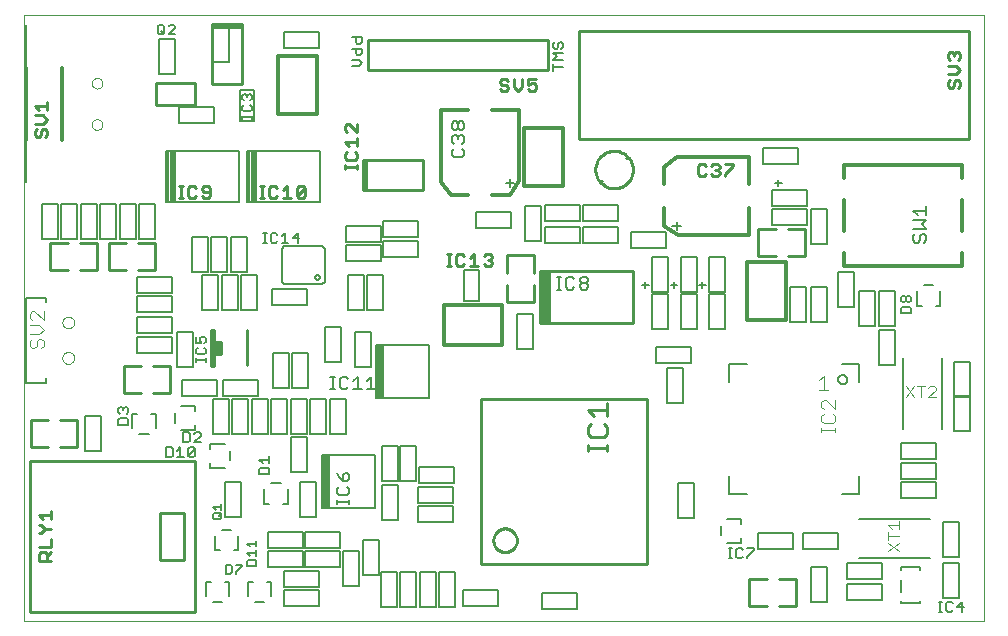
<source format=gbr>
G75*
G70*
%OFA0B0*%
%FSLAX24Y24*%
%IPPOS*%
%LPD*%
%AMOC8*
5,1,8,0,0,1.08239X$1,22.5*
%
%ADD10C,0.0010*%
%ADD11C,0.0080*%
%ADD12C,0.0050*%
%ADD13C,0.0118*%
%ADD14C,0.0000*%
%ADD15C,0.0090*%
%ADD16C,0.0100*%
%ADD17C,0.0110*%
%ADD18C,0.0030*%
%ADD19C,0.0070*%
%ADD20C,0.0079*%
%ADD21C,0.0040*%
%ADD22C,0.0120*%
%ADD23C,0.0060*%
D10*
X032857Y000867D02*
X000857Y000867D01*
X000857Y021067D01*
X032857Y021067D01*
X032857Y000867D01*
D11*
X032027Y001637D02*
X031487Y001637D01*
X031487Y002797D01*
X032027Y002797D01*
X032027Y001637D01*
X032027Y002987D02*
X031487Y002987D01*
X031487Y004147D01*
X032027Y004147D01*
X032027Y002987D01*
X029437Y002787D02*
X029437Y002247D01*
X028277Y002247D01*
X028277Y002787D01*
X029437Y002787D01*
X029437Y002087D02*
X029437Y001547D01*
X028277Y001547D01*
X028277Y002087D01*
X029437Y002087D01*
X027987Y003247D02*
X026827Y003247D01*
X026827Y003787D01*
X027987Y003787D01*
X027987Y003247D01*
X027627Y002647D02*
X027087Y002647D01*
X027087Y001487D01*
X027627Y001487D01*
X027627Y002647D01*
X026487Y003247D02*
X025327Y003247D01*
X025327Y003787D01*
X026487Y003787D01*
X026487Y003247D01*
X023177Y004287D02*
X023177Y005447D01*
X022637Y005447D01*
X022637Y004287D01*
X023177Y004287D01*
X019287Y001787D02*
X019287Y001247D01*
X018127Y001247D01*
X018127Y001787D01*
X019287Y001787D01*
X016637Y001887D02*
X016637Y001347D01*
X015477Y001347D01*
X015477Y001887D01*
X016637Y001887D01*
X015227Y001337D02*
X014687Y001337D01*
X014687Y002497D01*
X015227Y002497D01*
X015227Y001337D01*
X014577Y001337D02*
X014037Y001337D01*
X014037Y002497D01*
X014577Y002497D01*
X014577Y001337D01*
X013927Y001337D02*
X013387Y001337D01*
X013387Y002497D01*
X013927Y002497D01*
X013927Y001337D01*
X013277Y001337D02*
X012737Y001337D01*
X012737Y002497D01*
X013277Y002497D01*
X013277Y001337D01*
X012677Y002387D02*
X012137Y002387D01*
X012137Y003547D01*
X012677Y003547D01*
X012677Y002387D01*
X012027Y002037D02*
X011487Y002037D01*
X011487Y003197D01*
X012027Y003197D01*
X012027Y002037D01*
X011387Y002647D02*
X010227Y002647D01*
X010227Y003187D01*
X011387Y003187D01*
X011387Y002647D01*
X010687Y002537D02*
X010687Y001997D01*
X009527Y001997D01*
X009527Y002537D01*
X010687Y002537D01*
X010137Y002647D02*
X008977Y002647D01*
X008977Y003187D01*
X010137Y003187D01*
X010137Y002647D01*
X010137Y003297D02*
X010137Y003837D01*
X008977Y003837D01*
X008977Y003297D01*
X010137Y003297D01*
X010227Y003297D02*
X010227Y003837D01*
X011387Y003837D01*
X011387Y003297D01*
X010227Y003297D01*
X010037Y004337D02*
X010577Y004337D01*
X010577Y005497D01*
X010037Y005497D01*
X010037Y004337D01*
X011273Y004750D02*
X011273Y004891D01*
X011273Y004821D02*
X011693Y004821D01*
X011693Y004891D02*
X011693Y004750D01*
X011623Y005057D02*
X011343Y005057D01*
X011273Y005127D01*
X011273Y005268D01*
X011343Y005338D01*
X011483Y005518D02*
X011483Y005728D01*
X011553Y005798D01*
X011623Y005798D01*
X011693Y005728D01*
X011693Y005588D01*
X011623Y005518D01*
X011483Y005518D01*
X011343Y005658D01*
X011273Y005798D01*
X011623Y005338D02*
X011693Y005268D01*
X011693Y005127D01*
X011623Y005057D01*
X012787Y005397D02*
X012787Y004237D01*
X013327Y004237D01*
X013327Y005397D01*
X012787Y005397D01*
X012787Y005537D02*
X013327Y005537D01*
X013327Y006697D01*
X012787Y006697D01*
X012787Y005537D01*
X013387Y005537D02*
X013927Y005537D01*
X013927Y006697D01*
X013387Y006697D01*
X013387Y005537D01*
X013977Y005337D02*
X013977Y004797D01*
X015137Y004797D01*
X015137Y005337D01*
X013977Y005337D01*
X014027Y005447D02*
X014027Y005987D01*
X015187Y005987D01*
X015187Y005447D01*
X014027Y005447D01*
X013977Y004687D02*
X015137Y004687D01*
X015137Y004147D01*
X013977Y004147D01*
X013977Y004687D01*
X011577Y007087D02*
X011037Y007087D01*
X011037Y008247D01*
X011577Y008247D01*
X011577Y007087D01*
X010927Y007087D02*
X010387Y007087D01*
X010387Y008247D01*
X010927Y008247D01*
X010927Y007087D01*
X010277Y007087D02*
X009737Y007087D01*
X009737Y008247D01*
X010277Y008247D01*
X010277Y007087D01*
X010277Y006997D02*
X010277Y005837D01*
X009737Y005837D01*
X009737Y006997D01*
X010277Y006997D01*
X009627Y007087D02*
X009087Y007087D01*
X009087Y008247D01*
X009627Y008247D01*
X009627Y007087D01*
X008977Y007087D02*
X008437Y007087D01*
X008437Y008247D01*
X008977Y008247D01*
X008977Y007087D01*
X008327Y007087D02*
X007787Y007087D01*
X007787Y008247D01*
X008327Y008247D01*
X008327Y007087D01*
X007677Y007087D02*
X007137Y007087D01*
X007137Y008247D01*
X007677Y008247D01*
X007677Y007087D01*
X007477Y008347D02*
X007477Y008887D01*
X008637Y008887D01*
X008637Y008347D01*
X007477Y008347D01*
X007287Y008347D02*
X006127Y008347D01*
X006127Y008887D01*
X007287Y008887D01*
X007287Y008347D01*
X006477Y009337D02*
X005937Y009337D01*
X005937Y010497D01*
X006477Y010497D01*
X006477Y009337D01*
X005787Y009797D02*
X004627Y009797D01*
X004627Y010337D01*
X005787Y010337D01*
X005787Y009797D01*
X005787Y010447D02*
X004627Y010447D01*
X004627Y010987D01*
X005787Y010987D01*
X005787Y010447D01*
X005787Y011147D02*
X004627Y011147D01*
X004627Y011687D01*
X005787Y011687D01*
X005787Y011147D01*
X005787Y011797D02*
X004627Y011797D01*
X004627Y012337D01*
X005787Y012337D01*
X005787Y011797D01*
X006787Y011237D02*
X006787Y012397D01*
X007327Y012397D01*
X007327Y011237D01*
X006787Y011237D01*
X007437Y011237D02*
X007437Y012397D01*
X007977Y012397D01*
X007977Y011237D01*
X007437Y011237D01*
X008087Y011237D02*
X008087Y012397D01*
X008627Y012397D01*
X008627Y011237D01*
X008087Y011237D01*
X009127Y011397D02*
X009127Y011937D01*
X010287Y011937D01*
X010287Y011397D01*
X009127Y011397D01*
X008277Y012487D02*
X007737Y012487D01*
X007737Y013647D01*
X008277Y013647D01*
X008277Y012487D01*
X007627Y012487D02*
X007087Y012487D01*
X007087Y013647D01*
X007627Y013647D01*
X007627Y012487D01*
X006977Y012487D02*
X006437Y012487D01*
X006437Y013647D01*
X006977Y013647D01*
X006977Y012487D01*
X005227Y013587D02*
X004687Y013587D01*
X004687Y014747D01*
X005227Y014747D01*
X005227Y013587D01*
X004577Y013587D02*
X004037Y013587D01*
X004037Y014747D01*
X004577Y014747D01*
X004577Y013587D01*
X003927Y013587D02*
X003387Y013587D01*
X003387Y014747D01*
X003927Y014747D01*
X003927Y013587D01*
X003277Y013587D02*
X002737Y013587D01*
X002737Y014747D01*
X003277Y014747D01*
X003277Y013587D01*
X002627Y013587D02*
X002087Y013587D01*
X002087Y014747D01*
X002627Y014747D01*
X002627Y013587D01*
X001977Y013587D02*
X001437Y013587D01*
X001437Y014747D01*
X001977Y014747D01*
X001977Y013587D01*
X006027Y017447D02*
X006027Y017987D01*
X007187Y017987D01*
X007187Y017447D01*
X006027Y017447D01*
X005877Y019087D02*
X005337Y019087D01*
X005337Y020247D01*
X005877Y020247D01*
X005877Y019087D01*
X007137Y019487D02*
X007137Y020647D01*
X007677Y020647D01*
X007677Y019487D01*
X007137Y019487D01*
X005884Y020407D02*
X005670Y020407D01*
X005884Y020620D01*
X005884Y020674D01*
X005830Y020727D01*
X005724Y020727D01*
X005670Y020674D01*
X005516Y020674D02*
X005516Y020460D01*
X005462Y020407D01*
X005355Y020407D01*
X005302Y020460D01*
X005302Y020674D01*
X005355Y020727D01*
X005462Y020727D01*
X005516Y020674D01*
X005409Y020514D02*
X005516Y020407D01*
X008122Y018373D02*
X008175Y018427D01*
X008228Y018427D01*
X008282Y018373D01*
X008335Y018427D01*
X008388Y018427D01*
X008442Y018373D01*
X008442Y018267D01*
X008388Y018213D01*
X008282Y018320D02*
X008282Y018373D01*
X008122Y018373D02*
X008122Y018267D01*
X008175Y018213D01*
X008175Y018058D02*
X008122Y018005D01*
X008122Y017898D01*
X008175Y017845D01*
X008388Y017845D01*
X008442Y017898D01*
X008442Y018005D01*
X008388Y018058D01*
X008442Y017706D02*
X008442Y017599D01*
X008442Y017653D02*
X008122Y017653D01*
X008122Y017706D02*
X008122Y017599D01*
X011796Y019357D02*
X012010Y019357D01*
X012117Y019464D01*
X012010Y019570D01*
X011796Y019570D01*
X011957Y019725D02*
X011903Y019778D01*
X011903Y019939D01*
X011796Y019939D02*
X012117Y019939D01*
X012117Y019778D01*
X012063Y019725D01*
X011957Y019725D01*
X011957Y020093D02*
X011903Y020147D01*
X011903Y020307D01*
X011796Y020307D02*
X012117Y020307D01*
X012117Y020147D01*
X012063Y020093D01*
X011957Y020093D01*
X010687Y019947D02*
X009527Y019947D01*
X009527Y020487D01*
X010687Y020487D01*
X010687Y019947D01*
X015112Y017438D02*
X015112Y017297D01*
X015182Y017227D01*
X015252Y017227D01*
X015322Y017297D01*
X015322Y017438D01*
X015392Y017508D01*
X015462Y017508D01*
X015532Y017438D01*
X015532Y017297D01*
X015462Y017227D01*
X015392Y017227D01*
X015322Y017297D01*
X015322Y017438D02*
X015252Y017508D01*
X015182Y017508D01*
X015112Y017438D01*
X015182Y017047D02*
X015112Y016977D01*
X015112Y016837D01*
X015182Y016767D01*
X015182Y016587D02*
X015112Y016517D01*
X015112Y016377D01*
X015182Y016307D01*
X015462Y016307D01*
X015532Y016377D01*
X015532Y016517D01*
X015462Y016587D01*
X015462Y016767D02*
X015532Y016837D01*
X015532Y016977D01*
X015462Y017047D01*
X015392Y017047D01*
X015322Y016977D01*
X015322Y016907D01*
X015322Y016977D02*
X015252Y017047D01*
X015182Y017047D01*
X017057Y015602D02*
X017057Y015322D01*
X017197Y015462D02*
X016916Y015462D01*
X017537Y014697D02*
X018077Y014697D01*
X018077Y013537D01*
X017537Y013537D01*
X017537Y014697D01*
X017087Y014487D02*
X017087Y013947D01*
X015927Y013947D01*
X015927Y014487D01*
X017087Y014487D01*
X018227Y014737D02*
X018227Y014197D01*
X019387Y014197D01*
X019387Y014737D01*
X018227Y014737D01*
X019477Y014737D02*
X019477Y014197D01*
X020637Y014197D01*
X020637Y014737D01*
X019477Y014737D01*
X019477Y013987D02*
X020637Y013987D01*
X020637Y013447D01*
X019477Y013447D01*
X019477Y013987D01*
X019387Y013987D02*
X019387Y013447D01*
X018227Y013447D01*
X018227Y013987D01*
X019387Y013987D01*
X021077Y013837D02*
X021077Y013297D01*
X022237Y013297D01*
X022237Y013837D01*
X021077Y013837D01*
X021787Y012997D02*
X022327Y012997D01*
X022327Y011837D01*
X021787Y011837D01*
X021787Y012997D01*
X022737Y012997D02*
X023277Y012997D01*
X023277Y011837D01*
X022737Y011837D01*
X022737Y012997D01*
X023687Y012997D02*
X024227Y012997D01*
X024227Y011837D01*
X023687Y011837D01*
X023687Y012997D01*
X022742Y014017D02*
X022462Y014017D01*
X022602Y014157D02*
X022602Y013877D01*
X025777Y014047D02*
X025777Y014587D01*
X026937Y014587D01*
X026937Y014047D01*
X025777Y014047D01*
X025777Y014697D02*
X025777Y015237D01*
X026937Y015237D01*
X026937Y014697D01*
X025777Y014697D01*
X027087Y014597D02*
X027627Y014597D01*
X027627Y013437D01*
X027087Y013437D01*
X027087Y014597D01*
X026637Y016097D02*
X025477Y016097D01*
X025477Y016637D01*
X026637Y016637D01*
X026637Y016097D01*
X027987Y012497D02*
X028527Y012497D01*
X028527Y011337D01*
X027987Y011337D01*
X027987Y012497D01*
X027627Y011997D02*
X027087Y011997D01*
X027087Y010837D01*
X027627Y010837D01*
X027627Y011997D01*
X026927Y011997D02*
X026927Y010837D01*
X026387Y010837D01*
X026387Y011997D01*
X026927Y011997D01*
X028687Y011847D02*
X028687Y010687D01*
X029227Y010687D01*
X029227Y011847D01*
X028687Y011847D01*
X029337Y011847D02*
X029877Y011847D01*
X029877Y010687D01*
X029337Y010687D01*
X029337Y011847D01*
X029337Y010547D02*
X029877Y010547D01*
X029877Y009387D01*
X029337Y009387D01*
X029337Y010547D01*
X031837Y009497D02*
X032377Y009497D01*
X032377Y008337D01*
X031837Y008337D01*
X031837Y009497D01*
X031837Y008347D02*
X032377Y008347D01*
X032377Y007187D01*
X031837Y007187D01*
X031837Y008347D01*
X031237Y006787D02*
X030077Y006787D01*
X030077Y006247D01*
X031237Y006247D01*
X031237Y006787D01*
X031237Y006137D02*
X030077Y006137D01*
X030077Y005597D01*
X031237Y005597D01*
X031237Y006137D01*
X031237Y005487D02*
X030077Y005487D01*
X030077Y004947D01*
X031237Y004947D01*
X031237Y005487D01*
X024227Y010587D02*
X023687Y010587D01*
X023687Y011747D01*
X024227Y011747D01*
X024227Y010587D01*
X023277Y010587D02*
X022737Y010587D01*
X022737Y011747D01*
X023277Y011747D01*
X023277Y010587D01*
X023087Y009987D02*
X023087Y009447D01*
X021927Y009447D01*
X021927Y009987D01*
X023087Y009987D01*
X022827Y009297D02*
X022287Y009297D01*
X022287Y008137D01*
X022827Y008137D01*
X022827Y009297D01*
X022327Y010587D02*
X021787Y010587D01*
X021787Y011747D01*
X022327Y011747D01*
X022327Y010587D01*
X019657Y011974D02*
X019587Y011904D01*
X019447Y011904D01*
X019377Y011974D01*
X019377Y012044D01*
X019447Y012114D01*
X019587Y012114D01*
X019657Y012044D01*
X019657Y011974D01*
X019587Y012114D02*
X019657Y012184D01*
X019657Y012254D01*
X019587Y012324D01*
X019447Y012324D01*
X019377Y012254D01*
X019377Y012184D01*
X019447Y012114D01*
X019196Y012254D02*
X019126Y012324D01*
X018986Y012324D01*
X018916Y012254D01*
X018916Y011974D01*
X018986Y011904D01*
X019126Y011904D01*
X019196Y011974D01*
X018749Y011904D02*
X018609Y011904D01*
X018679Y011904D02*
X018679Y012324D01*
X018609Y012324D02*
X018749Y012324D01*
X017827Y011097D02*
X017287Y011097D01*
X017287Y009937D01*
X017827Y009937D01*
X017827Y011097D01*
X013987Y012997D02*
X013987Y013537D01*
X012827Y013537D01*
X012827Y012997D01*
X013987Y012997D01*
X013987Y013647D02*
X012827Y013647D01*
X012827Y014187D01*
X013987Y014187D01*
X013987Y013647D01*
X012737Y013497D02*
X011577Y013497D01*
X011577Y014037D01*
X012737Y014037D01*
X012737Y013497D01*
X012737Y013387D02*
X012737Y012847D01*
X011577Y012847D01*
X011577Y013387D01*
X012737Y013387D01*
X012827Y012397D02*
X012287Y012397D01*
X012287Y011237D01*
X012827Y011237D01*
X012827Y012397D01*
X012177Y012397D02*
X011637Y012397D01*
X011637Y011237D01*
X012177Y011237D01*
X012177Y012397D01*
X011427Y010647D02*
X010887Y010647D01*
X010887Y009487D01*
X011427Y009487D01*
X011427Y010647D01*
X011887Y010497D02*
X012427Y010497D01*
X012427Y009337D01*
X011887Y009337D01*
X011887Y010497D01*
X010327Y009797D02*
X010327Y008637D01*
X009787Y008637D01*
X009787Y009797D01*
X010327Y009797D01*
X009677Y009797D02*
X009677Y008637D01*
X009137Y008637D01*
X009137Y009797D01*
X009677Y009797D01*
X011065Y009004D02*
X011205Y009004D01*
X011135Y009004D02*
X011135Y008584D01*
X011065Y008584D02*
X011205Y008584D01*
X011372Y008654D02*
X011442Y008584D01*
X011582Y008584D01*
X011652Y008654D01*
X011832Y008584D02*
X012112Y008584D01*
X011972Y008584D02*
X011972Y009004D01*
X011832Y008864D01*
X011652Y008934D02*
X011582Y009004D01*
X011442Y009004D01*
X011372Y008934D01*
X011372Y008654D01*
X012293Y008584D02*
X012573Y008584D01*
X012433Y008584D02*
X012433Y009004D01*
X012293Y008864D01*
X008077Y005497D02*
X007537Y005497D01*
X007537Y004337D01*
X008077Y004337D01*
X008077Y005497D01*
X003427Y006537D02*
X002887Y006537D01*
X002887Y007697D01*
X003427Y007697D01*
X003427Y006537D01*
X009527Y001887D02*
X010687Y001887D01*
X010687Y001347D01*
X009527Y001347D01*
X009527Y001887D01*
X018496Y019202D02*
X018496Y019415D01*
X018496Y019309D02*
X018817Y019309D01*
X018817Y019570D02*
X018496Y019570D01*
X018603Y019677D01*
X018496Y019784D01*
X018817Y019784D01*
X018763Y019938D02*
X018817Y019992D01*
X018817Y020099D01*
X018763Y020152D01*
X018710Y020152D01*
X018657Y020099D01*
X018657Y019992D01*
X018603Y019938D01*
X018550Y019938D01*
X018496Y019992D01*
X018496Y020099D01*
X018550Y020152D01*
D12*
X010719Y016514D02*
X010719Y014821D01*
X008593Y014821D01*
X008593Y016514D01*
X010719Y016514D01*
X008593Y016514D02*
X008514Y016514D01*
X008514Y014821D01*
X008435Y014821D01*
X008435Y016514D01*
X008514Y016514D01*
X008435Y016514D02*
X008357Y016514D01*
X008357Y014821D01*
X008278Y014821D01*
X008278Y016514D01*
X008357Y016514D01*
X008019Y016514D02*
X008019Y014821D01*
X005893Y014821D01*
X005893Y016514D01*
X008019Y016514D01*
X008062Y017521D02*
X008534Y017521D01*
X008534Y018544D01*
X008062Y018544D01*
X008062Y017521D01*
X005893Y016514D02*
X005814Y016514D01*
X005814Y014821D01*
X005735Y014821D01*
X005735Y016514D01*
X005814Y016514D01*
X005735Y016514D02*
X005657Y016514D01*
X005657Y014821D01*
X005578Y014821D01*
X005578Y016514D01*
X005657Y016514D01*
X005657Y014821D02*
X005735Y014821D01*
X005814Y014821D02*
X005893Y014821D01*
X008357Y014821D02*
X008435Y014821D01*
X008514Y014821D02*
X008593Y014821D01*
X009532Y013340D02*
X009453Y013262D01*
X009453Y012159D01*
X009532Y012081D01*
X010792Y012081D01*
X010870Y012159D01*
X010870Y013262D01*
X010792Y013340D01*
X009532Y013340D01*
X010555Y012317D02*
X010557Y012335D01*
X010563Y012352D01*
X010573Y012368D01*
X010587Y012380D01*
X010603Y012390D01*
X010620Y012395D01*
X010639Y012396D01*
X010657Y012393D01*
X010673Y012385D01*
X010688Y012374D01*
X010700Y012360D01*
X010708Y012344D01*
X010712Y012326D01*
X010712Y012308D01*
X010708Y012290D01*
X010700Y012274D01*
X010688Y012260D01*
X010674Y012249D01*
X010657Y012241D01*
X010639Y012238D01*
X010620Y012239D01*
X010603Y012244D01*
X010587Y012254D01*
X010573Y012266D01*
X010563Y012282D01*
X010557Y012299D01*
X010555Y012317D01*
X012589Y010053D02*
X012707Y010053D01*
X012707Y008282D01*
X012589Y008282D01*
X012589Y010053D01*
X012628Y010014D02*
X012628Y008321D01*
X012667Y008321D02*
X012667Y010014D01*
X012707Y010053D02*
X012825Y010053D01*
X012825Y008282D01*
X012707Y008282D01*
X012746Y008321D02*
X012746Y010014D01*
X012785Y010014D02*
X012785Y008321D01*
X012825Y008282D02*
X014360Y008282D01*
X014360Y010053D01*
X012825Y010053D01*
X015529Y011539D02*
X016002Y011539D01*
X016002Y012563D01*
X015529Y012563D01*
X015529Y011539D01*
X012560Y006403D02*
X011025Y006403D01*
X011025Y004632D01*
X010907Y004632D01*
X010907Y006403D01*
X011025Y006403D01*
X010985Y006364D02*
X010985Y004671D01*
X010946Y004671D02*
X010946Y006364D01*
X010907Y006403D02*
X010789Y006403D01*
X010789Y004632D01*
X010907Y004632D01*
X010867Y004671D02*
X010867Y006364D01*
X010828Y006364D02*
X010828Y004671D01*
X011025Y004632D02*
X012560Y004632D01*
X012560Y006403D01*
X009650Y005246D02*
X009650Y004773D01*
X009493Y004773D01*
X009020Y004773D02*
X008863Y004773D01*
X008863Y005246D01*
X009099Y005442D02*
X009414Y005442D01*
X007732Y006209D02*
X007732Y006524D01*
X007535Y006760D02*
X007063Y006760D01*
X007063Y006603D01*
X007063Y006131D02*
X007063Y005973D01*
X007535Y005973D01*
X006550Y007223D02*
X006078Y007223D01*
X005881Y007459D02*
X005881Y007774D01*
X006078Y008010D02*
X006550Y008010D01*
X006550Y007853D01*
X006550Y007381D02*
X006550Y007223D01*
X005250Y007288D02*
X005250Y007760D01*
X005093Y007760D01*
X004620Y007760D02*
X004463Y007760D01*
X004463Y007288D01*
X004699Y007091D02*
X005014Y007091D01*
X001576Y008799D02*
X001576Y008957D01*
X001576Y008799D02*
X000907Y008799D01*
X000907Y011634D01*
X001576Y011634D01*
X001576Y011477D01*
X000925Y015476D02*
X000925Y016894D01*
X000925Y020712D01*
X024278Y004260D02*
X024750Y004260D01*
X024750Y004103D01*
X024750Y003631D02*
X024750Y003473D01*
X024278Y003473D01*
X024081Y003709D02*
X024081Y004024D01*
X028690Y004266D02*
X031052Y004266D01*
X031052Y002967D02*
X028690Y002967D01*
X030098Y002651D02*
X030098Y002572D01*
X030098Y002651D02*
X030728Y002651D01*
X030728Y002572D01*
X030098Y002218D02*
X030098Y001903D01*
X030098Y001824D01*
X030098Y001509D02*
X030098Y001470D01*
X030728Y001470D01*
X030728Y001509D01*
X030157Y007250D02*
X030157Y009612D01*
X031456Y009612D02*
X031456Y007250D01*
X031400Y011373D02*
X031243Y011373D01*
X031400Y011373D02*
X031400Y011846D01*
X031164Y012042D02*
X030849Y012042D01*
X030613Y011846D02*
X030613Y011373D01*
X030770Y011373D01*
X009100Y002160D02*
X009100Y001688D01*
X008864Y001491D02*
X008549Y001491D01*
X008313Y001688D02*
X008313Y002160D01*
X008470Y002160D01*
X008943Y002160D02*
X009100Y002160D01*
X007700Y002160D02*
X007700Y001688D01*
X007464Y001491D02*
X007149Y001491D01*
X006913Y001688D02*
X006913Y002160D01*
X007070Y002160D01*
X007543Y002160D02*
X007700Y002160D01*
X007843Y003223D02*
X008000Y003223D01*
X008000Y003696D01*
X007764Y003892D02*
X007449Y003892D01*
X007213Y003696D02*
X007213Y003223D01*
X007370Y003223D01*
D13*
X002106Y016894D02*
X002106Y019295D01*
X000925Y019295D02*
X000925Y016894D01*
D14*
X003110Y017405D02*
X003112Y017432D01*
X003118Y017458D01*
X003128Y017484D01*
X003142Y017507D01*
X003159Y017528D01*
X003180Y017546D01*
X003202Y017560D01*
X003227Y017572D01*
X003253Y017579D01*
X003280Y017582D01*
X003307Y017581D01*
X003334Y017576D01*
X003359Y017567D01*
X003383Y017554D01*
X003405Y017537D01*
X003424Y017518D01*
X003439Y017495D01*
X003451Y017471D01*
X003459Y017445D01*
X003463Y017419D01*
X003463Y017391D01*
X003459Y017365D01*
X003451Y017339D01*
X003439Y017315D01*
X003424Y017292D01*
X003405Y017273D01*
X003383Y017256D01*
X003359Y017243D01*
X003334Y017234D01*
X003307Y017229D01*
X003280Y017228D01*
X003253Y017231D01*
X003227Y017238D01*
X003202Y017250D01*
X003180Y017264D01*
X003159Y017282D01*
X003142Y017303D01*
X003128Y017326D01*
X003118Y017352D01*
X003112Y017378D01*
X003110Y017405D01*
X003110Y018783D02*
X003112Y018810D01*
X003118Y018836D01*
X003128Y018862D01*
X003142Y018885D01*
X003159Y018906D01*
X003180Y018924D01*
X003202Y018938D01*
X003227Y018950D01*
X003253Y018957D01*
X003280Y018960D01*
X003307Y018959D01*
X003334Y018954D01*
X003359Y018945D01*
X003383Y018932D01*
X003405Y018915D01*
X003424Y018896D01*
X003439Y018873D01*
X003451Y018849D01*
X003459Y018823D01*
X003463Y018797D01*
X003463Y018769D01*
X003459Y018743D01*
X003451Y018717D01*
X003439Y018693D01*
X003424Y018670D01*
X003405Y018651D01*
X003383Y018634D01*
X003359Y018621D01*
X003334Y018612D01*
X003307Y018607D01*
X003280Y018606D01*
X003253Y018609D01*
X003227Y018616D01*
X003202Y018628D01*
X003180Y018642D01*
X003159Y018660D01*
X003142Y018681D01*
X003128Y018704D01*
X003118Y018730D01*
X003112Y018756D01*
X003110Y018783D01*
X002127Y010807D02*
X002129Y010835D01*
X002135Y010863D01*
X002145Y010889D01*
X002158Y010914D01*
X002175Y010936D01*
X002195Y010956D01*
X002217Y010973D01*
X002242Y010986D01*
X002268Y010996D01*
X002296Y011002D01*
X002324Y011004D01*
X002352Y011002D01*
X002380Y010996D01*
X002406Y010986D01*
X002431Y010973D01*
X002453Y010956D01*
X002473Y010936D01*
X002490Y010914D01*
X002503Y010889D01*
X002513Y010863D01*
X002519Y010835D01*
X002521Y010807D01*
X002519Y010779D01*
X002513Y010751D01*
X002503Y010725D01*
X002490Y010700D01*
X002473Y010678D01*
X002453Y010658D01*
X002431Y010641D01*
X002406Y010628D01*
X002380Y010618D01*
X002352Y010612D01*
X002324Y010610D01*
X002296Y010612D01*
X002268Y010618D01*
X002242Y010628D01*
X002217Y010641D01*
X002195Y010658D01*
X002175Y010678D01*
X002158Y010700D01*
X002145Y010725D01*
X002135Y010751D01*
X002129Y010779D01*
X002127Y010807D01*
X002127Y009626D02*
X002129Y009654D01*
X002135Y009682D01*
X002145Y009708D01*
X002158Y009733D01*
X002175Y009755D01*
X002195Y009775D01*
X002217Y009792D01*
X002242Y009805D01*
X002268Y009815D01*
X002296Y009821D01*
X002324Y009823D01*
X002352Y009821D01*
X002380Y009815D01*
X002406Y009805D01*
X002431Y009792D01*
X002453Y009775D01*
X002473Y009755D01*
X002490Y009733D01*
X002503Y009708D01*
X002513Y009682D01*
X002519Y009654D01*
X002521Y009626D01*
X002519Y009598D01*
X002513Y009570D01*
X002503Y009544D01*
X002490Y009519D01*
X002473Y009497D01*
X002453Y009477D01*
X002431Y009460D01*
X002406Y009447D01*
X002380Y009437D01*
X002352Y009431D01*
X002324Y009429D01*
X002296Y009431D01*
X002268Y009437D01*
X002242Y009447D01*
X002217Y009460D01*
X002195Y009477D01*
X002175Y009497D01*
X002158Y009519D01*
X002145Y009544D01*
X002135Y009570D01*
X002129Y009598D01*
X002127Y009626D01*
D15*
X001762Y004525D02*
X001762Y004251D01*
X001762Y004388D02*
X001351Y004388D01*
X001488Y004251D01*
X001420Y004064D02*
X001351Y004064D01*
X001420Y004064D02*
X001557Y003928D01*
X001762Y003928D01*
X001557Y003928D02*
X001420Y003791D01*
X001351Y003791D01*
X001762Y003604D02*
X001762Y003331D01*
X001351Y003331D01*
X001420Y003144D02*
X001557Y003144D01*
X001625Y003075D01*
X001625Y002870D01*
X001762Y002870D02*
X001351Y002870D01*
X001351Y003075D01*
X001420Y003144D01*
X001625Y003007D02*
X001762Y003144D01*
X014944Y012687D02*
X015081Y012687D01*
X015013Y012687D02*
X015013Y013097D01*
X015081Y013097D02*
X014944Y013097D01*
X015251Y013029D02*
X015251Y012755D01*
X015320Y012687D01*
X015456Y012687D01*
X015525Y012755D01*
X015712Y012687D02*
X015985Y012687D01*
X015848Y012687D02*
X015848Y013097D01*
X015712Y012960D01*
X015525Y013029D02*
X015456Y013097D01*
X015320Y013097D01*
X015251Y013029D01*
X016172Y013029D02*
X016240Y013097D01*
X016377Y013097D01*
X016446Y013029D01*
X016446Y012960D01*
X016377Y012892D01*
X016446Y012823D01*
X016446Y012755D01*
X016377Y012687D01*
X016240Y012687D01*
X016172Y012755D01*
X016309Y012892D02*
X016377Y012892D01*
X011962Y015920D02*
X011962Y016057D01*
X011962Y015988D02*
X011551Y015988D01*
X011551Y015920D02*
X011551Y016057D01*
X011620Y016227D02*
X011893Y016227D01*
X011962Y016295D01*
X011962Y016432D01*
X011893Y016500D01*
X011962Y016687D02*
X011962Y016961D01*
X011962Y016824D02*
X011551Y016824D01*
X011688Y016687D01*
X011620Y016500D02*
X011551Y016432D01*
X011551Y016295D01*
X011620Y016227D01*
X011620Y017147D02*
X011551Y017216D01*
X011551Y017353D01*
X011620Y017421D01*
X011688Y017421D01*
X011962Y017147D01*
X011962Y017421D01*
X010149Y015359D02*
X010013Y015359D01*
X009944Y015291D01*
X009944Y015018D01*
X010218Y015291D01*
X010218Y015018D01*
X010149Y014949D01*
X010013Y014949D01*
X009944Y015018D01*
X009757Y014949D02*
X009484Y014949D01*
X009621Y014949D02*
X009621Y015359D01*
X009484Y015223D01*
X009297Y015291D02*
X009229Y015359D01*
X009092Y015359D01*
X009024Y015291D01*
X009024Y015018D01*
X009092Y014949D01*
X009229Y014949D01*
X009297Y015018D01*
X008853Y014949D02*
X008717Y014949D01*
X008785Y014949D02*
X008785Y015359D01*
X008717Y015359D02*
X008853Y015359D01*
X010149Y015359D02*
X010218Y015291D01*
X007057Y015291D02*
X007057Y015018D01*
X006989Y014949D01*
X006852Y014949D01*
X006784Y015018D01*
X006852Y015154D02*
X007057Y015154D01*
X007057Y015291D02*
X006989Y015359D01*
X006852Y015359D01*
X006784Y015291D01*
X006784Y015223D01*
X006852Y015154D01*
X006597Y015018D02*
X006529Y014949D01*
X006392Y014949D01*
X006324Y015018D01*
X006324Y015291D01*
X006392Y015359D01*
X006529Y015359D01*
X006597Y015291D01*
X006153Y015359D02*
X006017Y015359D01*
X006085Y015359D02*
X006085Y014949D01*
X006017Y014949D02*
X006153Y014949D01*
X001626Y017045D02*
X001558Y016976D01*
X001626Y017045D02*
X001626Y017181D01*
X001558Y017250D01*
X001489Y017250D01*
X001421Y017181D01*
X001421Y017045D01*
X001353Y016976D01*
X001284Y016976D01*
X001216Y017045D01*
X001216Y017181D01*
X001284Y017250D01*
X001216Y017437D02*
X001489Y017437D01*
X001626Y017573D01*
X001489Y017710D01*
X001216Y017710D01*
X001353Y017897D02*
X001216Y018034D01*
X001626Y018034D01*
X001626Y017897D02*
X001626Y018171D01*
X023302Y016038D02*
X023302Y015764D01*
X023370Y015696D01*
X023507Y015696D01*
X023575Y015764D01*
X023762Y015764D02*
X023830Y015696D01*
X023967Y015696D01*
X024036Y015764D01*
X024036Y015833D01*
X023967Y015901D01*
X023899Y015901D01*
X023967Y015901D02*
X024036Y015970D01*
X024036Y016038D01*
X023967Y016106D01*
X023830Y016106D01*
X023762Y016038D01*
X023575Y016038D02*
X023507Y016106D01*
X023370Y016106D01*
X023302Y016038D01*
X024222Y016106D02*
X024496Y016106D01*
X024496Y016038D01*
X024222Y015764D01*
X024222Y015696D01*
X031651Y018699D02*
X031720Y018631D01*
X031788Y018631D01*
X031857Y018699D01*
X031857Y018836D01*
X031925Y018904D01*
X031993Y018904D01*
X032062Y018836D01*
X032062Y018699D01*
X031993Y018631D01*
X031651Y018699D02*
X031651Y018836D01*
X031720Y018904D01*
X031651Y019091D02*
X031925Y019091D01*
X032062Y019228D01*
X031925Y019365D01*
X031651Y019365D01*
X031720Y019551D02*
X031651Y019620D01*
X031651Y019756D01*
X031720Y019825D01*
X031788Y019825D01*
X031857Y019756D01*
X031925Y019825D01*
X031993Y019825D01*
X032062Y019756D01*
X032062Y019620D01*
X031993Y019551D01*
X031857Y019688D02*
X031857Y019756D01*
D16*
X032357Y020517D02*
X019357Y020517D01*
X019357Y016917D01*
X032357Y016917D01*
X032357Y020517D01*
X026882Y013917D02*
X026307Y013917D01*
X026882Y013917D02*
X026882Y013017D01*
X026307Y013017D01*
X025907Y013017D02*
X025332Y013017D01*
X025332Y013917D01*
X025907Y013917D01*
X021168Y012533D02*
X021168Y010801D01*
X018254Y010801D01*
X018254Y012533D01*
X018353Y012533D01*
X018353Y010801D01*
X018254Y010801D02*
X018156Y010801D01*
X018156Y012533D01*
X018254Y012533D01*
X018156Y012533D02*
X018057Y012533D01*
X018057Y010801D01*
X018156Y010801D01*
X017857Y011492D02*
X016957Y011492D01*
X016957Y012067D01*
X016957Y012467D02*
X016957Y013042D01*
X017857Y013042D01*
X017857Y012467D01*
X017857Y012067D02*
X017857Y011492D01*
X018353Y012533D02*
X021168Y012533D01*
X020097Y015478D02*
X020132Y015513D01*
X019896Y015902D02*
X019899Y015959D01*
X019906Y016015D01*
X019919Y016071D01*
X019937Y016125D01*
X019960Y016177D01*
X019987Y016227D01*
X020019Y016274D01*
X020055Y016318D01*
X020094Y016359D01*
X020138Y016396D01*
X020184Y016428D01*
X020233Y016457D01*
X020285Y016481D01*
X020339Y016500D01*
X020394Y016514D01*
X020450Y016523D01*
X020507Y016527D01*
X020564Y016526D01*
X020620Y016519D01*
X020676Y016508D01*
X020730Y016491D01*
X020783Y016469D01*
X020833Y016443D01*
X020881Y016413D01*
X020926Y016378D01*
X020968Y016339D01*
X021006Y016296D01*
X021040Y016251D01*
X021069Y016202D01*
X021094Y016151D01*
X021115Y016098D01*
X021130Y016043D01*
X021140Y015987D01*
X021145Y015930D01*
X021145Y015874D01*
X021140Y015817D01*
X021130Y015761D01*
X021115Y015706D01*
X021094Y015653D01*
X021069Y015602D01*
X021040Y015553D01*
X021006Y015508D01*
X020968Y015465D01*
X020926Y015426D01*
X020881Y015391D01*
X020834Y015361D01*
X020783Y015335D01*
X020730Y015313D01*
X020676Y015296D01*
X020620Y015285D01*
X020564Y015278D01*
X020507Y015277D01*
X020450Y015281D01*
X020394Y015290D01*
X020339Y015304D01*
X020285Y015323D01*
X020233Y015347D01*
X020184Y015376D01*
X020138Y015408D01*
X020094Y015445D01*
X020055Y015486D01*
X020019Y015530D01*
X019987Y015577D01*
X019960Y015627D01*
X019937Y015679D01*
X019919Y015733D01*
X019906Y015789D01*
X019899Y015845D01*
X019896Y015902D01*
X020910Y016291D02*
X020946Y016326D01*
X018307Y019217D02*
X012307Y019217D01*
X012307Y020217D01*
X018307Y020217D01*
X018307Y019217D01*
X014157Y016217D02*
X014157Y015217D01*
X012457Y015217D01*
X012357Y015217D01*
X012257Y015217D01*
X012257Y016217D01*
X012157Y016217D01*
X012157Y015217D01*
X012257Y015217D01*
X012257Y016217D02*
X012357Y016217D01*
X012457Y016217D01*
X012557Y016217D01*
X014157Y016217D01*
X008107Y018767D02*
X007107Y018767D01*
X007107Y020467D01*
X007107Y020567D01*
X007107Y020667D01*
X008107Y020667D01*
X008107Y020767D01*
X007107Y020767D01*
X007107Y020667D01*
X008107Y020667D02*
X008107Y020567D01*
X008107Y020467D01*
X008107Y020367D01*
X008107Y018767D01*
X006557Y018777D02*
X006557Y018057D01*
X005257Y018057D01*
X005257Y018777D01*
X006557Y018777D01*
X005232Y013467D02*
X004657Y013467D01*
X004257Y013467D02*
X003682Y013467D01*
X003682Y012567D01*
X004257Y012567D01*
X004657Y012567D02*
X005232Y012567D01*
X005232Y013467D01*
X003282Y013467D02*
X003282Y012567D01*
X002707Y012567D01*
X002307Y012567D02*
X001732Y012567D01*
X001732Y013467D01*
X002307Y013467D01*
X002707Y013467D02*
X003282Y013467D01*
X007087Y010567D02*
X007087Y009367D01*
X007187Y009367D01*
X007196Y009376D02*
X007196Y010557D01*
X007187Y010567D02*
X007087Y010567D01*
X007096Y010557D02*
X007096Y009376D01*
X007207Y009767D02*
X007207Y010067D01*
X007307Y010067D01*
X007307Y010167D01*
X007407Y010167D01*
X007407Y009767D01*
X007307Y009767D01*
X007207Y009767D01*
X007307Y009767D02*
X007307Y010167D01*
X007207Y010167D01*
X008297Y010557D02*
X008297Y009376D01*
X005732Y009367D02*
X005732Y008467D01*
X005157Y008467D01*
X004757Y008467D02*
X004182Y008467D01*
X004182Y009367D01*
X004757Y009367D01*
X005157Y009367D02*
X005732Y009367D01*
X002632Y007567D02*
X002632Y006667D01*
X002057Y006667D01*
X001657Y006667D02*
X001082Y006667D01*
X001082Y007567D01*
X001657Y007567D01*
X002057Y007567D02*
X002632Y007567D01*
X001051Y006186D02*
X001051Y001147D01*
X006563Y001147D01*
X006563Y006186D01*
X001051Y006186D01*
X005381Y004454D02*
X005381Y002879D01*
X006169Y002879D01*
X006169Y004454D01*
X005381Y004454D01*
X016101Y002761D02*
X021613Y002761D01*
X021613Y008273D01*
X016101Y008273D01*
X016101Y002761D01*
X016494Y003548D02*
X016496Y003588D01*
X016502Y003627D01*
X016512Y003666D01*
X016526Y003703D01*
X016544Y003739D01*
X016565Y003773D01*
X016589Y003805D01*
X016617Y003834D01*
X016647Y003860D01*
X016680Y003882D01*
X016714Y003902D01*
X016751Y003917D01*
X016789Y003929D01*
X016828Y003937D01*
X016868Y003941D01*
X016908Y003941D01*
X016948Y003937D01*
X016987Y003929D01*
X017025Y003917D01*
X017062Y003902D01*
X017096Y003882D01*
X017129Y003860D01*
X017159Y003834D01*
X017187Y003805D01*
X017211Y003773D01*
X017232Y003739D01*
X017250Y003703D01*
X017264Y003666D01*
X017274Y003627D01*
X017280Y003588D01*
X017282Y003548D01*
X017280Y003508D01*
X017274Y003469D01*
X017264Y003430D01*
X017250Y003393D01*
X017232Y003357D01*
X017211Y003323D01*
X017187Y003291D01*
X017159Y003262D01*
X017129Y003236D01*
X017096Y003214D01*
X017062Y003194D01*
X017025Y003179D01*
X016987Y003167D01*
X016948Y003159D01*
X016908Y003155D01*
X016868Y003155D01*
X016828Y003159D01*
X016789Y003167D01*
X016751Y003179D01*
X016714Y003194D01*
X016680Y003214D01*
X016647Y003236D01*
X016617Y003262D01*
X016589Y003291D01*
X016565Y003323D01*
X016544Y003357D01*
X016526Y003393D01*
X016512Y003430D01*
X016502Y003469D01*
X016496Y003508D01*
X016494Y003548D01*
X025032Y002267D02*
X025032Y001367D01*
X025607Y001367D01*
X026007Y001367D02*
X026582Y001367D01*
X026582Y002267D01*
X026007Y002267D01*
X025607Y002267D02*
X025032Y002267D01*
D17*
X020286Y006518D02*
X020286Y006735D01*
X020286Y006626D02*
X019636Y006626D01*
X019636Y006518D02*
X019636Y006735D01*
X019744Y006984D02*
X020178Y006984D01*
X020286Y007093D01*
X020286Y007310D01*
X020178Y007418D01*
X020286Y007684D02*
X020286Y008118D01*
X020286Y007901D02*
X019636Y007901D01*
X019853Y007684D01*
X019744Y007418D02*
X019636Y007310D01*
X019636Y007093D01*
X019744Y006984D01*
X017846Y018522D02*
X017716Y018522D01*
X017651Y018587D01*
X017651Y018717D02*
X017781Y018782D01*
X017846Y018782D01*
X017911Y018717D01*
X017911Y018587D01*
X017846Y018522D01*
X017651Y018717D02*
X017651Y018912D01*
X017911Y018912D01*
X017451Y018912D02*
X017451Y018652D01*
X017321Y018522D01*
X017191Y018652D01*
X017191Y018912D01*
X016991Y018847D02*
X016926Y018912D01*
X016796Y018912D01*
X016731Y018847D01*
X016731Y018782D01*
X016796Y018717D01*
X016926Y018717D01*
X016991Y018652D01*
X016991Y018587D01*
X016926Y018522D01*
X016796Y018522D01*
X016731Y018587D01*
D18*
X030255Y008683D02*
X030502Y008312D01*
X030746Y008312D02*
X030746Y008683D01*
X030623Y008683D02*
X030870Y008683D01*
X030991Y008621D02*
X031053Y008683D01*
X031177Y008683D01*
X031238Y008621D01*
X031238Y008559D01*
X030991Y008312D01*
X031238Y008312D01*
X030502Y008683D02*
X030255Y008312D01*
X030022Y004177D02*
X030022Y003930D01*
X030022Y004054D02*
X029652Y004054D01*
X029776Y003930D01*
X029652Y003809D02*
X029652Y003562D01*
X029652Y003441D02*
X030022Y003194D01*
X030022Y003441D02*
X029652Y003194D01*
X029652Y003686D02*
X030022Y003686D01*
D19*
X031342Y001497D02*
X031452Y001497D01*
X031397Y001497D02*
X031397Y001167D01*
X031342Y001167D02*
X031452Y001167D01*
X031587Y001222D02*
X031642Y001167D01*
X031752Y001167D01*
X031807Y001222D01*
X031956Y001332D02*
X032176Y001332D01*
X032121Y001167D02*
X032121Y001497D01*
X031956Y001332D01*
X031807Y001442D02*
X031752Y001497D01*
X031642Y001497D01*
X031587Y001442D01*
X031587Y001222D01*
X025175Y003219D02*
X024955Y002999D01*
X024955Y002944D01*
X024807Y002999D02*
X024752Y002944D01*
X024642Y002944D01*
X024587Y002999D01*
X024587Y003219D01*
X024642Y003274D01*
X024752Y003274D01*
X024807Y003219D01*
X024955Y003274D02*
X025175Y003274D01*
X025175Y003219D01*
X024451Y003274D02*
X024341Y003274D01*
X024396Y003274D02*
X024396Y002944D01*
X024341Y002944D02*
X024451Y002944D01*
X030084Y011116D02*
X030084Y011281D01*
X030139Y011336D01*
X030359Y011336D01*
X030414Y011281D01*
X030414Y011116D01*
X030084Y011116D01*
X030139Y011484D02*
X030194Y011484D01*
X030249Y011539D01*
X030249Y011649D01*
X030304Y011704D01*
X030359Y011704D01*
X030414Y011649D01*
X030414Y011539D01*
X030359Y011484D01*
X030304Y011484D01*
X030249Y011539D01*
X030249Y011649D02*
X030194Y011704D01*
X030139Y011704D01*
X030084Y011649D01*
X030084Y011539D01*
X030139Y011484D01*
X030563Y013471D02*
X030635Y013471D01*
X030707Y013542D01*
X030707Y013686D01*
X030778Y013758D01*
X030850Y013758D01*
X030922Y013686D01*
X030922Y013542D01*
X030850Y013471D01*
X030563Y013471D02*
X030491Y013542D01*
X030491Y013686D01*
X030563Y013758D01*
X030491Y013931D02*
X030922Y013931D01*
X030778Y014074D01*
X030922Y014218D01*
X030491Y014218D01*
X030635Y014391D02*
X030491Y014535D01*
X030922Y014535D01*
X030922Y014678D02*
X030922Y014391D01*
X026109Y015461D02*
X025889Y015461D01*
X025999Y015351D02*
X025999Y015572D01*
X023462Y012169D02*
X023462Y011949D01*
X023352Y012059D02*
X023572Y012059D01*
X022622Y012059D02*
X022402Y012059D01*
X022512Y011949D02*
X022512Y012169D01*
X021672Y012059D02*
X021452Y012059D01*
X021562Y011949D02*
X021562Y012169D01*
X010033Y013619D02*
X009813Y013619D01*
X009978Y013784D01*
X009978Y013454D01*
X009665Y013454D02*
X009444Y013454D01*
X009555Y013454D02*
X009555Y013784D01*
X009444Y013674D01*
X009296Y013729D02*
X009241Y013784D01*
X009131Y013784D01*
X009076Y013729D01*
X009076Y013509D01*
X009131Y013454D01*
X009241Y013454D01*
X009296Y013509D01*
X008941Y013454D02*
X008831Y013454D01*
X008886Y013454D02*
X008886Y013784D01*
X008831Y013784D02*
X008941Y013784D01*
X006867Y010336D02*
X006922Y010281D01*
X006922Y010171D01*
X006867Y010116D01*
X006757Y010116D02*
X006702Y010226D01*
X006702Y010281D01*
X006757Y010336D01*
X006867Y010336D01*
X006757Y010116D02*
X006591Y010116D01*
X006591Y010336D01*
X006646Y009967D02*
X006591Y009912D01*
X006591Y009802D01*
X006646Y009747D01*
X006867Y009747D01*
X006922Y009802D01*
X006922Y009912D01*
X006867Y009967D01*
X006922Y009612D02*
X006922Y009502D01*
X006922Y009557D02*
X006591Y009557D01*
X006591Y009502D02*
X006591Y009612D01*
X004329Y007935D02*
X004329Y007825D01*
X004274Y007770D01*
X004274Y007621D02*
X004054Y007621D01*
X003999Y007566D01*
X003999Y007401D01*
X004329Y007401D01*
X004329Y007566D01*
X004274Y007621D01*
X004054Y007770D02*
X003999Y007825D01*
X003999Y007935D01*
X004054Y007990D01*
X004109Y007990D01*
X004164Y007935D01*
X004219Y007990D01*
X004274Y007990D01*
X004329Y007935D01*
X004164Y007935D02*
X004164Y007880D01*
X005587Y006640D02*
X005752Y006640D01*
X005807Y006585D01*
X005807Y006365D01*
X005752Y006309D01*
X005587Y006309D01*
X005587Y006640D01*
X005956Y006530D02*
X006066Y006640D01*
X006066Y006309D01*
X005956Y006309D02*
X006176Y006309D01*
X006324Y006365D02*
X006544Y006585D01*
X006544Y006365D01*
X006489Y006309D01*
X006379Y006309D01*
X006324Y006365D01*
X006324Y006585D01*
X006379Y006640D01*
X006489Y006640D01*
X006544Y006585D01*
X006524Y006809D02*
X006744Y007030D01*
X006744Y007085D01*
X006689Y007140D01*
X006579Y007140D01*
X006524Y007085D01*
X006376Y007085D02*
X006376Y006865D01*
X006321Y006809D01*
X006156Y006809D01*
X006156Y007140D01*
X006321Y007140D01*
X006376Y007085D01*
X006524Y006809D02*
X006744Y006809D01*
X008701Y006230D02*
X009031Y006230D01*
X009031Y006120D02*
X009031Y006340D01*
X008811Y006120D02*
X008701Y006230D01*
X008756Y005971D02*
X008701Y005916D01*
X008701Y005751D01*
X009031Y005751D01*
X009031Y005916D01*
X008976Y005971D01*
X008756Y005971D01*
D20*
X024365Y005680D02*
X024365Y005089D01*
X024956Y005089D01*
X028105Y005089D02*
X028696Y005089D01*
X028696Y005680D01*
X028696Y008829D02*
X028696Y009420D01*
X028105Y009420D01*
X027993Y008907D02*
X027995Y008932D01*
X028001Y008956D01*
X028011Y008978D01*
X028025Y008999D01*
X028041Y009017D01*
X028061Y009033D01*
X028083Y009044D01*
X028106Y009052D01*
X028131Y009056D01*
X028155Y009056D01*
X028180Y009052D01*
X028203Y009044D01*
X028225Y009033D01*
X028245Y009017D01*
X028261Y008999D01*
X028275Y008978D01*
X028285Y008956D01*
X028291Y008932D01*
X028293Y008907D01*
X028291Y008882D01*
X028285Y008858D01*
X028275Y008836D01*
X028261Y008815D01*
X028245Y008797D01*
X028225Y008781D01*
X028203Y008770D01*
X028180Y008762D01*
X028155Y008758D01*
X028131Y008758D01*
X028106Y008762D01*
X028083Y008770D01*
X028061Y008781D01*
X028041Y008797D01*
X028025Y008815D01*
X028011Y008836D01*
X028001Y008858D01*
X027995Y008882D01*
X027993Y008907D01*
X024956Y009420D02*
X024365Y009420D01*
X024365Y008829D01*
D21*
X027355Y008877D02*
X027508Y009030D01*
X027508Y008570D01*
X027355Y008570D02*
X027662Y008570D01*
X027584Y008227D02*
X027507Y008227D01*
X027431Y008150D01*
X027431Y007996D01*
X027507Y007920D01*
X027507Y007766D02*
X027431Y007689D01*
X027431Y007536D01*
X027507Y007459D01*
X027814Y007459D01*
X027891Y007536D01*
X027891Y007689D01*
X027814Y007766D01*
X027891Y007920D02*
X027584Y008227D01*
X027891Y008227D02*
X027891Y007920D01*
X027891Y007306D02*
X027891Y007152D01*
X027891Y007229D02*
X027431Y007229D01*
X027431Y007152D02*
X027431Y007306D01*
X001505Y010031D02*
X001428Y009955D01*
X001505Y010031D02*
X001505Y010185D01*
X001428Y010262D01*
X001351Y010262D01*
X001275Y010185D01*
X001275Y010031D01*
X001198Y009955D01*
X001121Y009955D01*
X001044Y010031D01*
X001044Y010185D01*
X001121Y010262D01*
X001044Y010415D02*
X001351Y010415D01*
X001505Y010569D01*
X001351Y010722D01*
X001044Y010722D01*
X001121Y010875D02*
X001044Y010952D01*
X001044Y011106D01*
X001121Y011182D01*
X001198Y011182D01*
X001505Y010875D01*
X001505Y011182D01*
D22*
X009307Y017747D02*
X009307Y019687D01*
X010617Y019687D01*
X010617Y017747D01*
X009307Y017747D01*
X014757Y017884D02*
X014757Y015522D01*
X014757Y015483D02*
X015072Y015049D01*
X015663Y015049D01*
X016450Y015049D02*
X017041Y015049D01*
X017356Y015522D01*
X017356Y017884D01*
X016450Y017884D01*
X015663Y017884D02*
X014757Y017884D01*
X017507Y017287D02*
X018817Y017287D01*
X018817Y015347D01*
X017507Y015347D01*
X017507Y017287D01*
X022189Y016001D02*
X022189Y015410D01*
X022189Y016001D02*
X022622Y016316D01*
X022662Y016316D02*
X025024Y016316D01*
X025024Y015410D01*
X025024Y014623D02*
X025024Y013718D01*
X022662Y013718D01*
X022189Y014033D01*
X022189Y014623D01*
X024947Y012837D02*
X026257Y012837D01*
X026257Y010897D01*
X024947Y010897D01*
X024947Y012837D01*
X028188Y012694D02*
X032125Y012694D01*
X032125Y013107D01*
X032125Y013851D02*
X032125Y014894D01*
X032125Y015627D02*
X032125Y016040D01*
X028188Y016040D01*
X028188Y015627D01*
X028188Y014894D02*
X028188Y013851D01*
X028188Y013107D02*
X028188Y012694D01*
X016777Y011377D02*
X016777Y010067D01*
X014837Y010067D01*
X014837Y011377D01*
X016777Y011377D01*
D23*
X007434Y004762D02*
X007434Y004569D01*
X007434Y004665D02*
X007144Y004665D01*
X007241Y004569D01*
X007193Y004440D02*
X007386Y004440D01*
X007434Y004391D01*
X007434Y004295D01*
X007386Y004246D01*
X007193Y004246D01*
X007144Y004295D01*
X007144Y004391D01*
X007193Y004440D01*
X007338Y004343D02*
X007434Y004440D01*
X008294Y003438D02*
X008584Y003438D01*
X008584Y003534D02*
X008584Y003341D01*
X008584Y003212D02*
X008584Y003019D01*
X008584Y003115D02*
X008294Y003115D01*
X008391Y003019D01*
X008343Y002890D02*
X008294Y002841D01*
X008294Y002696D01*
X008584Y002696D01*
X008584Y002841D01*
X008536Y002890D01*
X008343Y002890D01*
X008102Y002729D02*
X008102Y002681D01*
X007909Y002487D01*
X007909Y002439D01*
X007780Y002487D02*
X007780Y002681D01*
X007731Y002729D01*
X007586Y002729D01*
X007586Y002439D01*
X007731Y002439D01*
X007780Y002487D01*
X007909Y002729D02*
X008102Y002729D01*
X008391Y003341D02*
X008294Y003438D01*
M02*

</source>
